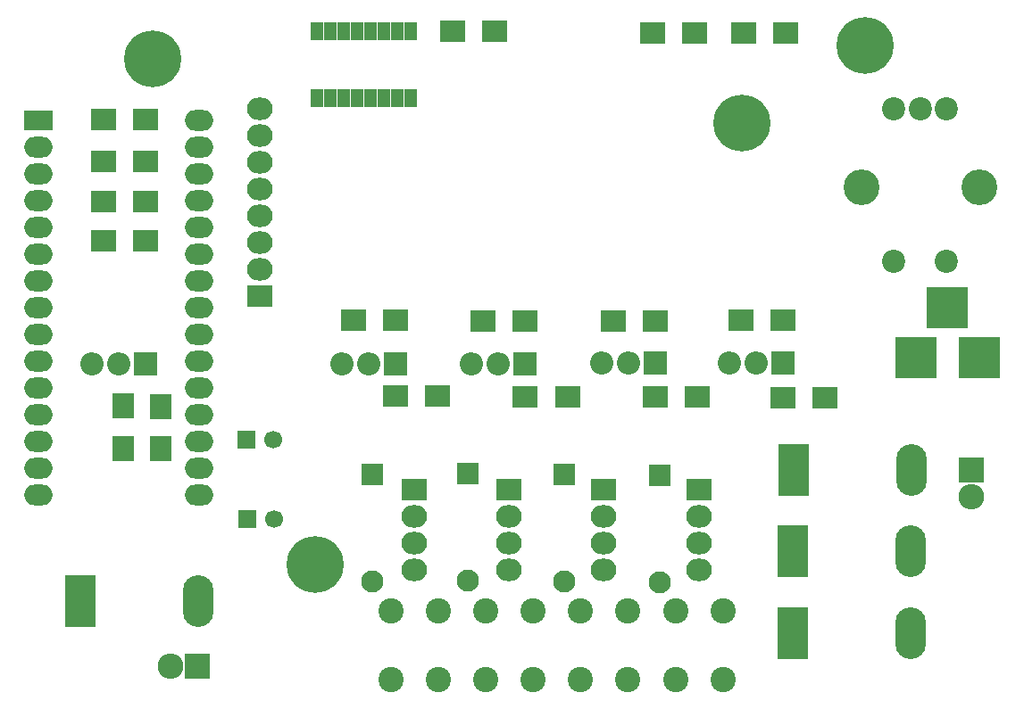
<source format=gts>
G04 #@! TF.FileFunction,Soldermask,Top*
%FSLAX46Y46*%
G04 Gerber Fmt 4.6, Leading zero omitted, Abs format (unit mm)*
G04 Created by KiCad (PCBNEW 4.0.7) date 07/01/18 12:19:37*
%MOMM*%
%LPD*%
G01*
G04 APERTURE LIST*
%ADD10C,0.100000*%
%ADD11R,1.700000X1.700000*%
%ADD12C,1.700000*%
%ADD13C,5.400000*%
%ADD14R,2.400000X2.100000*%
%ADD15R,2.686000X1.974800*%
%ADD16O,2.686000X1.974800*%
%ADD17R,2.432000X2.127200*%
%ADD18O,2.432000X2.127200*%
%ADD19R,2.400000X2.000000*%
%ADD20R,2.899360X4.900880*%
%ADD21O,2.899360X4.900880*%
%ADD22C,2.099260*%
%ADD23R,2.099260X2.099260*%
%ADD24R,3.900000X3.900000*%
%ADD25R,2.432000X2.432000*%
%ADD26O,2.432000X2.432000*%
%ADD27R,1.200000X1.700000*%
%ADD28R,2.200000X2.200000*%
%ADD29O,2.200000X2.200000*%
%ADD30C,2.200000*%
%ADD31C,3.400000*%
%ADD32C,2.400000*%
%ADD33R,2.100000X2.400000*%
G04 APERTURE END LIST*
D10*
D11*
X73040000Y-128280000D03*
D12*
X75540000Y-128280000D03*
D13*
X119870000Y-90720000D03*
X131560000Y-83290000D03*
X79480000Y-132640000D03*
D14*
X127820000Y-116810000D03*
X123820000Y-116810000D03*
D15*
X53210000Y-90420000D03*
D16*
X53210000Y-92960000D03*
X53210000Y-95500000D03*
X53210000Y-98040000D03*
X53210000Y-100580000D03*
X53210000Y-103120000D03*
X53210000Y-105660000D03*
X53210000Y-108200000D03*
X53210000Y-110740000D03*
X53210000Y-113280000D03*
X53210000Y-115820000D03*
X53210000Y-118360000D03*
X53210000Y-120900000D03*
X53210000Y-123440000D03*
X53210000Y-125980000D03*
X68450000Y-125980000D03*
X68450000Y-123440000D03*
X68450000Y-120900000D03*
X68450000Y-118360000D03*
X68450000Y-115820000D03*
X68450000Y-113280000D03*
X68450000Y-110740000D03*
X68450000Y-108200000D03*
X68450000Y-105660000D03*
X68450000Y-103120000D03*
X68450000Y-100580000D03*
X68450000Y-98040000D03*
X68450000Y-95500000D03*
X68450000Y-92960000D03*
X68450000Y-90420000D03*
D17*
X74230000Y-107150000D03*
D18*
X74230000Y-104610000D03*
X74230000Y-102070000D03*
X74230000Y-99530000D03*
X74230000Y-96990000D03*
X74230000Y-94450000D03*
X74230000Y-91910000D03*
X74230000Y-89370000D03*
D19*
X120100000Y-82160000D03*
X124100000Y-82160000D03*
X111450000Y-82160000D03*
X115450000Y-82160000D03*
D11*
X72960000Y-120780000D03*
D12*
X75460000Y-120780000D03*
D19*
X96460000Y-81950000D03*
X92460000Y-81950000D03*
D20*
X57144000Y-136120000D03*
D21*
X68320000Y-136120000D03*
D20*
X124774920Y-139100000D03*
D21*
X135950920Y-139100000D03*
D20*
X124774920Y-131300000D03*
D21*
X135950920Y-131300000D03*
D20*
X124834920Y-123610000D03*
D21*
X136010920Y-123610000D03*
D22*
X84850000Y-134230000D03*
D23*
X84850000Y-124070000D03*
D22*
X93950000Y-134100000D03*
D23*
X93950000Y-123940000D03*
D22*
X103060000Y-134210000D03*
D23*
X103060000Y-124050000D03*
D22*
X112120000Y-134270000D03*
D23*
X112120000Y-124110000D03*
D24*
X136400000Y-112960000D03*
X142400000Y-112960000D03*
X139400000Y-108260000D03*
D25*
X68270000Y-142220000D03*
D26*
X65730000Y-142220000D03*
D25*
X141640000Y-123630000D03*
D26*
X141640000Y-126170000D03*
D17*
X88820000Y-125520000D03*
D18*
X88820000Y-128060000D03*
X88820000Y-130600000D03*
X88820000Y-133140000D03*
D17*
X97820000Y-125520000D03*
D18*
X97820000Y-128060000D03*
X97820000Y-130600000D03*
X97820000Y-133140000D03*
D17*
X106810000Y-125520000D03*
D18*
X106810000Y-128060000D03*
X106810000Y-130600000D03*
X106810000Y-133140000D03*
D17*
X115820000Y-125500000D03*
D18*
X115820000Y-128040000D03*
X115820000Y-130580000D03*
X115820000Y-133120000D03*
D27*
X88470000Y-81990000D03*
X87190000Y-81990000D03*
X85930000Y-81990000D03*
X84660000Y-81990000D03*
X83380000Y-81990000D03*
X82110000Y-81990000D03*
X80850000Y-81990000D03*
X79570000Y-81990000D03*
X79570000Y-88290000D03*
X80850000Y-88290000D03*
X82110000Y-88290000D03*
X83380000Y-88290000D03*
X84660000Y-88290000D03*
X85930000Y-88290000D03*
X87190000Y-88290000D03*
X88470000Y-88290000D03*
D28*
X87030000Y-113530000D03*
D29*
X84490000Y-113530000D03*
X81950000Y-113530000D03*
D28*
X99380000Y-113560000D03*
D29*
X96840000Y-113560000D03*
X94300000Y-113560000D03*
D28*
X111680000Y-113510000D03*
D29*
X109140000Y-113510000D03*
X106600000Y-113510000D03*
D28*
X123820000Y-113460000D03*
D29*
X121280000Y-113460000D03*
X118740000Y-113460000D03*
D14*
X63390000Y-101900000D03*
X59390000Y-101900000D03*
X63390000Y-98120000D03*
X59390000Y-98120000D03*
X63390000Y-94300000D03*
X59390000Y-94300000D03*
X63390000Y-90360000D03*
X59390000Y-90360000D03*
X91070000Y-116600000D03*
X87070000Y-116600000D03*
X83050000Y-109440000D03*
X87050000Y-109440000D03*
X103360000Y-116700000D03*
X99360000Y-116700000D03*
X95360000Y-109500000D03*
X99360000Y-109500000D03*
X115700000Y-116700000D03*
X111700000Y-116700000D03*
X107700000Y-109520000D03*
X111700000Y-109520000D03*
X119830000Y-109450000D03*
X123830000Y-109450000D03*
D30*
X139320000Y-103810000D03*
X139320000Y-89310000D03*
X136820000Y-89310000D03*
X134320000Y-89310000D03*
X134320000Y-103810000D03*
D31*
X131220000Y-96810000D03*
X142420000Y-96810000D03*
D32*
X91100000Y-143520000D03*
X86600000Y-143520000D03*
X91100000Y-137020000D03*
X86600000Y-137020000D03*
X100090000Y-143520000D03*
X95590000Y-143520000D03*
X100090000Y-137020000D03*
X95590000Y-137020000D03*
X109080000Y-143520000D03*
X104580000Y-143520000D03*
X109080000Y-137020000D03*
X104580000Y-137020000D03*
X118110000Y-143520000D03*
X113610000Y-143520000D03*
X118110000Y-137020000D03*
X113610000Y-137020000D03*
D13*
X64030000Y-84610000D03*
D28*
X63340000Y-113520000D03*
D29*
X60800000Y-113520000D03*
X58260000Y-113520000D03*
D33*
X64830000Y-121620000D03*
X64830000Y-117620000D03*
X61220000Y-117570000D03*
X61220000Y-121570000D03*
M02*

</source>
